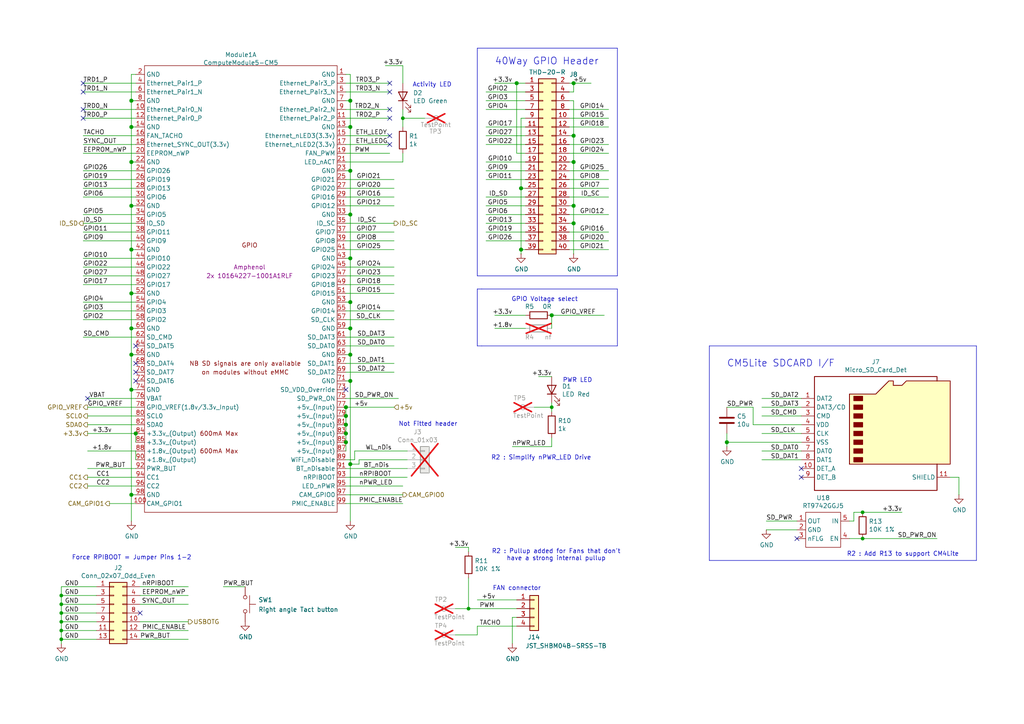
<source format=kicad_sch>
(kicad_sch (version 20250114) (generator "eeschema") (generator_version "9.0")
  (paper "A4")
  (title_block (title "Compute Module 5 IO Board - GPIO - Ethernet") (rev "1") (company "Copyright © 2024 Raspberry Pi Ltd.") (comment 1 "www.raspberrypi.com"))
  (text "40Way GPIO Header" (at 143.51 19.05 0) (effects (font (size 2.007 2.007)) (justify left bottom)))
  (text "Activity LED" (at 119.634 25.4 0) (effects (font (size 1.27 1.27)) (justify left bottom)))
  (text "R2 : Simplify nPWR_LED Drive" (at 156.972 132.842 0) (effects (font (size 1.27 1.27))))
  (text "FAN connector\n" (at 142.875 171.45 0) (effects (font (size 1.27 1.27)) (justify left bottom)))
  (text "R2 : Add R13 to support CM4Lite" (at 261.874 160.782 0) (effects (font (size 1.27 1.27))))
  (text "GPIO Voltage select\n" (at 167.64 87.63 0) (effects (font (size 1.27 1.27)) (justify right bottom)))
  (text "R2 : Pullup added for Fans that don't \nhave a strong internal pullup " (at 161.798 161.036 0) (effects (font (size 1.27 1.27))))
  (text "Not Fitted header" (at 132.715 123.825 0) (effects (font (size 1.27 1.27)) (justify right bottom)))
  (text "Force RPIBOOT = Jumper Pins 1-2 \n" (at 56.515 162.56 0) (effects (font (size 1.27 1.27)) (justify right bottom)))
  (text "PWR LED" (at 163.195 111.125 0) (effects (font (size 1.27 1.27)) (justify left bottom)))
  (text "CM5Lite SDCARD I/F" (at 210.82 106.68 0) (effects (font (size 2.007 2.007)) (justify left bottom)))
  (junction (at 101.6 36.83) (diameter 1.016))
  (junction (at 17.78 172.72))
  (junction (at 101.6 29.21) (diameter 1.016))
  (junction (at 101.6 102.87) (diameter 1.016))
  (junction (at 38.1 113.03) (diameter 1.016))
  (junction (at 38.1 46.99) (diameter 1.016))
  (junction (at 100.33 125.73) (diameter 1.016))
  (junction (at 151.13 54.61) (diameter 1.016))
  (junction (at 166.37 39.37) (diameter 1.016))
  (junction (at 38.1 72.39) (diameter 1.016))
  (junction (at 100.33 123.19) (diameter 1.016))
  (junction (at 38.1 143.51) (diameter 1.016))
  (junction (at 166.37 59.69) (diameter 1.016))
  (junction (at 38.1 59.69) (diameter 1.016))
  (junction (at 101.6 62.23) (diameter 1.016))
  (junction (at 38.1 95.25) (diameter 1.016))
  (junction (at 100.33 118.11) (diameter 1.016))
  (junction (at 101.6 95.25) (diameter 1.016))
  (junction (at 166.37 64.77) (diameter 1.016))
  (junction (at 210.82 128.27) (diameter 1.016))
  (junction (at 166.37 24.13) (diameter 1.016))
  (junction (at 250.19 156.21))
  (junction (at 101.6 87.63) (diameter 1.016))
  (junction (at 166.37 46.99) (diameter 1.016))
  (junction (at 17.78 175.26))
  (junction (at 38.1 85.09) (diameter 1.016))
  (junction (at 100.33 120.65) (diameter 1.016))
  (junction (at 17.78 177.8))
  (junction (at 160.02 118.11))
  (junction (at 38.1 36.83) (diameter 1.016))
  (junction (at 17.78 180.34))
  (junction (at 39.37 125.73) (diameter 1.016))
  (junction (at 38.1 102.87) (diameter 1.016))
  (junction (at 160.02 91.44) (diameter 1.016))
  (junction (at 38.1 29.21) (diameter 1.016))
  (junction (at 100.33 128.27) (diameter 1.016))
  (junction (at 116.84 34.29))
  (junction (at 250.19 148.59))
  (junction (at 17.78 185.42))
  (junction (at 151.13 72.39) (diameter 1.016))
  (junction (at 101.6 110.49) (diameter 1.016))
  (junction (at 101.6 134.62) (diameter 1.016))
  (junction (at 101.6 49.53) (diameter 1.016))
  (junction (at 135.89 176.53))
  (junction (at 101.6 74.93) (diameter 1.016))
  (junction (at 17.78 182.88))
  (junction (at 149.86 24.13) (diameter 1.016))
  (no_connect (at 24.13 24.13))
  (no_connect (at 113.03 31.75))
  (no_connect (at 113.03 41.91))
  (no_connect (at 40.64 177.8))
  (no_connect (at 39.37 107.95))
  (no_connect (at 100.33 113.03))
  (no_connect (at 24.13 26.67))
  (no_connect (at 25.4 115.57))
  (no_connect (at 39.37 100.33))
  (no_connect (at 231.14 156.21))
  (no_connect (at 24.13 31.75))
  (no_connect (at 39.37 105.41))
  (no_connect (at 232.41 138.43))
  (no_connect (at 232.41 135.89))
  (no_connect (at 113.03 39.37))
  (no_connect (at 113.03 24.13))
  (no_connect (at 39.37 110.49))
  (no_connect (at 113.03 26.67))
  (no_connect (at 113.03 34.29))
  (no_connect (at 24.13 34.29))
  (wire (pts (xy 275.59 138.43) (xy 278.13 138.43)))
  (wire (pts (xy 101.6 110.49) (xy 101.6 134.62)))
  (polyline (pts (xy 138.43 13.97) (xy 138.43 80.01)) (stroke (width 0) (type solid)))
  (polyline (pts (xy 138.43 80.01) (xy 179.07 80.01)) (stroke (width 0) (type solid)))
  (wire (pts (xy 100.33 135.89) (xy 118.11 135.89)))
  (wire (pts (xy 100.33 102.87) (xy 101.6 102.87)))
  (wire (pts (xy 24.13 90.17) (xy 39.37 90.17)))
  (wire (pts (xy 39.37 133.35) (xy 39.37 130.81)))
  (wire (pts (xy 165.1 52.07) (xy 176.53 52.07)))
  (wire (pts (xy 24.13 44.45) (xy 39.37 44.45)))
  (wire (pts (xy 100.33 95.25) (xy 101.6 95.25)))
  (wire (pts (xy 165.1 34.29) (xy 176.53 34.29)))
  (wire (pts (xy 101.6 102.87) (xy 101.6 110.49)))
  (wire (pts (xy 100.33 100.33) (xy 114.3 100.33)))
  (wire (pts (xy 39.37 128.27) (xy 39.37 125.73)))
  (wire (pts (xy 100.33 118.11) (xy 114.3 118.11)))
  (wire (pts (xy 101.6 36.83) (xy 101.6 49.53)))
  (polyline (pts (xy 179.07 83.82) (xy 179.07 100.33)) (stroke (width 0) (type solid)))
  (wire (pts (xy 24.13 92.71) (xy 39.37 92.71)))
  (wire (pts (xy 116.84 36.83) (xy 116.84 34.29)))
  (wire (pts (xy 24.13 31.75) (xy 39.37 31.75)))
  (wire (pts (xy 24.13 77.47) (xy 39.37 77.47)))
  (wire (pts (xy 100.33 29.21) (xy 101.6 29.21)))
  (wire (pts (xy 220.98 120.65) (xy 232.41 120.65)))
  (wire (pts (xy 247.65 151.13) (xy 246.38 151.13)))
  (wire (pts (xy 100.33 90.17) (xy 114.3 90.17)))
  (wire (pts (xy 24.13 82.55) (xy 39.37 82.55)))
  (wire (pts (xy 166.37 64.77) (xy 166.37 59.69)))
  (wire (pts (xy 24.13 80.01) (xy 39.37 80.01)))
  (wire (pts (xy 100.33 34.29) (xy 113.03 34.29)))
  (wire (pts (xy 39.37 36.83) (xy 38.1 36.83)))
  (wire (pts (xy 17.78 182.88) (xy 17.78 185.42)))
  (wire (pts (xy 100.33 44.45) (xy 113.03 44.45)))
  (wire (pts (xy 100.33 31.75) (xy 113.03 31.75)))
  (wire (pts (xy 102.87 133.35) (xy 102.87 130.81)))
  (wire (pts (xy 24.13 67.31) (xy 39.37 67.31)))
  (wire (pts (xy 104.14 133.35) (xy 118.11 133.35)))
  (wire (pts (xy 100.33 87.63) (xy 101.6 87.63)))
  (wire (pts (xy 135.89 167.64) (xy 135.89 176.53)))
  (wire (pts (xy 166.37 39.37) (xy 166.37 46.99)))
  (wire (pts (xy 24.13 39.37) (xy 39.37 39.37)))
  (wire (pts (xy 39.37 21.59) (xy 38.1 21.59)))
  (wire (pts (xy 101.6 21.59) (xy 101.6 29.21)))
  (wire (pts (xy 101.6 29.21) (xy 101.6 36.83)))
  (wire (pts (xy 38.1 143.51) (xy 38.1 151.13)))
  (wire (pts (xy 165.1 67.31) (xy 176.53 67.31)))
  (wire (pts (xy 148.59 179.07) (xy 148.59 186.69)))
  (wire (pts (xy 100.33 57.15) (xy 114.3 57.15)))
  (wire (pts (xy 154.94 118.11) (xy 160.02 118.11)))
  (wire (pts (xy 100.33 143.51) (xy 116.84 143.51)))
  (wire (pts (xy 166.37 46.99) (xy 165.1 46.99)))
  (wire (pts (xy 100.33 107.95) (xy 114.3 107.95)))
  (wire (pts (xy 100.33 80.01) (xy 114.3 80.01)))
  (wire (pts (xy 151.13 72.39) (xy 151.13 73.66)))
  (wire (pts (xy 25.4 138.43) (xy 39.37 138.43)))
  (wire (pts (xy 101.6 95.25) (xy 101.6 102.87)))
  (wire (pts (xy 38.1 72.39) (xy 38.1 85.09)))
  (wire (pts (xy 210.82 128.27) (xy 232.41 128.27)))
  (wire (pts (xy 101.6 49.53) (xy 101.6 62.23)))
  (wire (pts (xy 143.51 95.25) (xy 152.4 95.25)))
  (wire (pts (xy 24.13 74.93) (xy 39.37 74.93)))
  (wire (pts (xy 100.33 140.97) (xy 116.84 140.97)))
  (wire (pts (xy 165.1 36.83) (xy 176.53 36.83)))
  (wire (pts (xy 149.86 44.45) (xy 152.4 44.45)))
  (wire (pts (xy 39.37 29.21) (xy 38.1 29.21)))
  (polyline (pts (xy 179.07 13.97) (xy 138.43 13.97)) (stroke (width 0) (type solid)))
  (wire (pts (xy 25.4 140.97) (xy 39.37 140.97)))
  (wire (pts (xy 25.4 135.89) (xy 39.37 135.89)))
  (wire (pts (xy 100.33 128.27) (xy 100.33 130.81)))
  (wire (pts (xy 231.14 153.67) (xy 222.25 153.67)))
  (wire (pts (xy 132.08 176.53) (xy 135.89 176.53)))
  (wire (pts (xy 140.97 49.53) (xy 152.4 49.53)))
  (wire (pts (xy 100.33 41.91) (xy 113.03 41.91)))
  (wire (pts (xy 40.64 170.18) (xy 54.61 170.18)))
  (wire (pts (xy 100.33 115.57) (xy 115.57 115.57)))
  (wire (pts (xy 114.3 97.79) (xy 100.33 97.79)))
  (wire (pts (xy 24.13 26.67) (xy 39.37 26.67)))
  (wire (pts (xy 166.37 24.13) (xy 171.45 24.13)))
  (wire (pts (xy 24.13 49.53) (xy 39.37 49.53)))
  (wire (pts (xy 231.14 151.13) (xy 222.25 151.13)))
  (wire (pts (xy 140.97 59.69) (xy 152.4 59.69)))
  (wire (pts (xy 100.33 120.65) (xy 100.33 123.19)))
  (wire (pts (xy 40.64 185.42) (xy 54.61 185.42)))
  (wire (pts (xy 100.33 74.93) (xy 101.6 74.93)))
  (wire (pts (xy 100.33 39.37) (xy 113.03 39.37)))
  (wire (pts (xy 140.97 67.31) (xy 152.4 67.31)))
  (wire (pts (xy 210.82 125.73) (xy 210.82 128.27)))
  (wire (pts (xy 17.78 175.26) (xy 17.78 177.8)))
  (wire (pts (xy 165.1 41.91) (xy 176.53 41.91)))
  (polyline (pts (xy 139.7 83.82) (xy 179.07 83.82)) (stroke (width 0) (type solid)))
  (polyline (pts (xy 283.21 162.56) (xy 205.74 162.56)) (stroke (width 0) (type solid)))
  (wire (pts (xy 140.97 46.99) (xy 152.4 46.99)))
  (wire (pts (xy 100.33 138.43) (xy 118.11 138.43)))
  (wire (pts (xy 38.1 95.25) (xy 39.37 95.25)))
  (wire (pts (xy 218.44 123.19) (xy 218.44 118.11)))
  (wire (pts (xy 38.1 102.87) (xy 38.1 113.03)))
  (wire (pts (xy 38.1 85.09) (xy 38.1 95.25)))
  (wire (pts (xy 31.75 146.05) (xy 39.37 146.05)))
  (wire (pts (xy 116.84 19.05) (xy 116.84 24.13)))
  (wire (pts (xy 152.4 34.29) (xy 151.13 34.29)))
  (wire (pts (xy 116.84 34.29) (xy 116.84 31.75)))
  (wire (pts (xy 17.78 172.72) (xy 17.78 175.26)))
  (wire (pts (xy 135.89 160.02) (xy 135.89 158.75)))
  (wire (pts (xy 247.65 148.59) (xy 247.65 151.13)))
  (wire (pts (xy 40.64 175.26) (xy 54.61 175.26)))
  (wire (pts (xy 140.97 62.23) (xy 152.4 62.23)))
  (wire (pts (xy 165.1 72.39) (xy 176.53 72.39)))
  (wire (pts (xy 165.1 24.13) (xy 166.37 24.13)))
  (wire (pts (xy 104.14 134.62) (xy 104.14 133.35)))
  (wire (pts (xy 101.6 134.62) (xy 101.6 151.13)))
  (wire (pts (xy 278.13 138.43) (xy 278.13 143.51)))
  (wire (pts (xy 38.1 59.69) (xy 38.1 72.39)))
  (wire (pts (xy 38.1 113.03) (xy 39.37 113.03)))
  (wire (pts (xy 38.1 72.39) (xy 39.37 72.39)))
  (wire (pts (xy 24.13 54.61) (xy 39.37 54.61)))
  (wire (pts (xy 100.33 52.07) (xy 114.3 52.07)))
  (wire (pts (xy 25.4 130.81) (xy 39.37 130.81)))
  (wire (pts (xy 24.13 97.79) (xy 39.37 97.79)))
  (wire (pts (xy 24.13 24.13) (xy 39.37 24.13)))
  (polyline (pts (xy 283.21 100.33) (xy 283.21 162.56)) (stroke (width 0) (type solid)))
  (wire (pts (xy 100.33 62.23) (xy 101.6 62.23)))
  (wire (pts (xy 40.64 172.72) (xy 54.61 172.72)))
  (wire (pts (xy 143.51 24.13) (xy 149.86 24.13)))
  (wire (pts (xy 100.33 24.13) (xy 113.03 24.13)))
  (wire (pts (xy 250.19 148.59) (xy 261.62 148.59)))
  (wire (pts (xy 100.33 36.83) (xy 101.6 36.83)))
  (wire (pts (xy 38.1 95.25) (xy 38.1 102.87)))
  (wire (pts (xy 160.02 127) (xy 160.02 129.54)))
  (wire (pts (xy 17.78 177.8) (xy 27.94 177.8)))
  (wire (pts (xy 39.37 143.51) (xy 38.1 143.51)))
  (wire (pts (xy 24.13 57.15) (xy 39.37 57.15)))
  (wire (pts (xy 166.37 64.77) (xy 166.37 73.66)))
  (wire (pts (xy 17.78 182.88) (xy 27.94 182.88)))
  (wire (pts (xy 220.98 130.81) (xy 232.41 130.81)))
  (wire (pts (xy 25.4 123.19) (xy 39.37 123.19)))
  (wire (pts (xy 38.1 113.03) (xy 38.1 143.51)))
  (wire (pts (xy 160.02 116.84) (xy 160.02 118.11)))
  (wire (pts (xy 135.89 176.53) (xy 149.86 176.53)))
  (wire (pts (xy 102.87 130.81) (xy 118.11 130.81)))
  (wire (pts (xy 100.33 146.05) (xy 116.84 146.05)))
  (wire (pts (xy 220.98 115.57) (xy 232.41 115.57)))
  (wire (pts (xy 100.33 64.77) (xy 114.3 64.77)))
  (wire (pts (xy 140.97 36.83) (xy 152.4 36.83)))
  (wire (pts (xy 247.65 148.59) (xy 250.19 148.59)))
  (wire (pts (xy 101.6 87.63) (xy 101.6 95.25)))
  (wire (pts (xy 149.86 179.07) (xy 148.59 179.07)))
  (wire (pts (xy 100.33 54.61) (xy 114.3 54.61)))
  (wire (pts (xy 116.84 46.99) (xy 116.84 44.45)))
  (wire (pts (xy 100.33 133.35) (xy 102.87 133.35)))
  (wire (pts (xy 100.33 69.85) (xy 114.3 69.85)))
  (wire (pts (xy 114.3 105.41) (xy 100.33 105.41)))
  (wire (pts (xy 17.78 185.42) (xy 27.94 185.42)))
  (wire (pts (xy 25.4 118.11) (xy 39.37 118.11)))
  (wire (pts (xy 40.64 180.34) (xy 54.61 180.34)))
  (wire (pts (xy 140.97 29.21) (xy 152.4 29.21)))
  (wire (pts (xy 100.33 85.09) (xy 114.3 85.09)))
  (polyline (pts (xy 205.74 162.56) (xy 205.74 100.33)) (stroke (width 0) (type solid)))
  (wire (pts (xy 143.51 91.44) (xy 152.4 91.44)))
  (wire (pts (xy 140.97 26.67) (xy 152.4 26.67)))
  (wire (pts (xy 166.37 59.69) (xy 166.37 46.99)))
  (wire (pts (xy 24.13 34.29) (xy 39.37 34.29)))
  (wire (pts (xy 25.4 115.57) (xy 39.37 115.57)))
  (wire (pts (xy 165.1 31.75) (xy 176.53 31.75)))
  (wire (pts (xy 165.1 62.23) (xy 176.53 62.23)))
  (wire (pts (xy 140.97 57.15) (xy 152.4 57.15)))
  (wire (pts (xy 25.4 125.73) (xy 39.37 125.73)))
  (wire (pts (xy 132.08 184.15) (xy 138.43 184.15)))
  (wire (pts (xy 165.1 59.69) (xy 166.37 59.69)))
  (wire (pts (xy 17.78 180.34) (xy 27.94 180.34)))
  (wire (pts (xy 100.33 59.69) (xy 114.3 59.69)))
  (wire (pts (xy 166.37 39.37) (xy 165.1 39.37)))
  (wire (pts (xy 138.43 181.61) (xy 149.86 181.61)))
  (polyline (pts (xy 205.74 100.33) (xy 283.21 100.33)) (stroke (width 0) (type solid)))
  (wire (pts (xy 151.13 34.29) (xy 151.13 54.61)))
  (wire (pts (xy 114.3 92.71) (xy 100.33 92.71)))
  (wire (pts (xy 100.33 67.31) (xy 114.3 67.31)))
  (wire (pts (xy 140.97 31.75) (xy 152.4 31.75)))
  (wire (pts (xy 140.97 39.37) (xy 152.4 39.37)))
  (polyline (pts (xy 179.07 13.97) (xy 179.07 80.01)) (stroke (width 0) (type solid)))
  (wire (pts (xy 149.86 24.13) (xy 149.86 44.45)))
  (wire (pts (xy 135.89 158.75) (xy 132.08 158.75)))
  (wire (pts (xy 166.37 29.21) (xy 166.37 39.37)))
  (wire (pts (xy 24.13 64.77) (xy 39.37 64.77)))
  (wire (pts (xy 17.78 177.8) (xy 17.78 180.34)))
  (wire (pts (xy 165.1 26.67) (xy 166.37 26.67)))
  (wire (pts (xy 25.4 120.65) (xy 39.37 120.65)))
  (wire (pts (xy 38.1 36.83) (xy 38.1 46.99)))
  (wire (pts (xy 100.33 46.99) (xy 116.84 46.99)))
  (wire (pts (xy 151.13 72.39) (xy 152.4 72.39)))
  (wire (pts (xy 24.13 52.07) (xy 39.37 52.07)))
  (wire (pts (xy 151.13 54.61) (xy 152.4 54.61)))
  (polyline (pts (xy 138.43 100.33) (xy 138.43 83.82)) (stroke (width 0) (type solid)))
  (wire (pts (xy 160.02 91.44) (xy 175.26 91.44)))
  (wire (pts (xy 140.97 69.85) (xy 152.4 69.85)))
  (wire (pts (xy 160.02 109.22) (xy 156.21 109.22)))
  (wire (pts (xy 100.33 72.39) (xy 114.3 72.39)))
  (wire (pts (xy 38.1 29.21) (xy 38.1 36.83)))
  (wire (pts (xy 17.78 175.26) (xy 27.94 175.26)))
  (wire (pts (xy 100.33 21.59) (xy 101.6 21.59)))
  (wire (pts (xy 165.1 49.53) (xy 176.53 49.53)))
  (wire (pts (xy 100.33 110.49) (xy 101.6 110.49)))
  (wire (pts (xy 24.13 69.85) (xy 39.37 69.85)))
  (wire (pts (xy 24.13 87.63) (xy 39.37 87.63)))
  (wire (pts (xy 100.33 118.11) (xy 100.33 120.65)))
  (wire (pts (xy 138.43 184.15) (xy 138.43 181.61)))
  (wire (pts (xy 111.76 19.05) (xy 116.84 19.05)))
  (wire (pts (xy 210.82 128.27) (xy 210.82 129.54)))
  (wire (pts (xy 100.33 49.53) (xy 101.6 49.53)))
  (wire (pts (xy 151.13 54.61) (xy 151.13 72.39)))
  (wire (pts (xy 100.33 26.67) (xy 113.03 26.67)))
  (wire (pts (xy 232.41 123.19) (xy 218.44 123.19)))
  (wire (pts (xy 165.1 44.45) (xy 176.53 44.45)))
  (wire (pts (xy 250.19 156.21) (xy 271.78 156.21)))
  (wire (pts (xy 24.13 62.23) (xy 39.37 62.23)))
  (wire (pts (xy 24.13 41.91) (xy 39.37 41.91)))
  (wire (pts (xy 246.38 156.21) (xy 250.19 156.21)))
  (wire (pts (xy 101.6 74.93) (xy 101.6 87.63)))
  (polyline (pts (xy 139.7 83.82) (xy 138.43 83.82)) (stroke (width 0) (type solid)))
  (wire (pts (xy 148.59 129.54) (xy 160.02 129.54)))
  (wire (pts (xy 100.33 123.19) (xy 100.33 125.73)))
  (wire (pts (xy 232.41 118.11) (xy 220.98 118.11)))
  (wire (pts (xy 140.97 64.77) (xy 152.4 64.77)))
  (wire (pts (xy 38.1 46.99) (xy 39.37 46.99)))
  (wire (pts (xy 140.97 52.07) (xy 152.4 52.07)))
  (wire (pts (xy 64.77 170.18) (xy 71.12 170.18)))
  (wire (pts (xy 17.78 172.72) (xy 27.94 172.72)))
  (wire (pts (xy 140.97 41.91) (xy 152.4 41.91)))
  (wire (pts (xy 38.1 21.59) (xy 38.1 29.21)))
  (wire (pts (xy 138.43 173.99) (xy 149.86 173.99)))
  (wire (pts (xy 17.78 170.18) (xy 27.94 170.18)))
  (wire (pts (xy 38.1 85.09) (xy 39.37 85.09)))
  (wire (pts (xy 165.1 64.77) (xy 166.37 64.77)))
  (wire (pts (xy 100.33 125.73) (xy 100.33 128.27)))
  (wire (pts (xy 17.78 185.42) (xy 17.78 186.69)))
  (wire (pts (xy 160.02 91.44) (xy 160.02 95.25)))
  (wire (pts (xy 100.33 77.47) (xy 114.3 77.47)))
  (wire (pts (xy 38.1 102.87) (xy 39.37 102.87)))
  (wire (pts (xy 38.1 59.69) (xy 39.37 59.69)))
  (polyline (pts (xy 179.07 100.33) (xy 139.7 100.33)) (stroke (width 0) (type solid)))
  (wire (pts (xy 152.4 24.13) (xy 149.86 24.13)))
  (wire (pts (xy 165.1 69.85) (xy 176.53 69.85)))
  (wire (pts (xy 160.02 118.11) (xy 160.02 119.38)))
  (wire (pts (xy 210.82 118.11) (xy 218.44 118.11)))
  (wire (pts (xy 17.78 180.34) (xy 17.78 182.88)))
  (wire (pts (xy 232.41 125.73) (xy 220.98 125.73)))
  (wire (pts (xy 166.37 26.67) (xy 166.37 24.13)))
  (wire (pts (xy 232.41 133.35) (xy 220.98 133.35)))
  (wire (pts (xy 100.33 82.55) (xy 114.3 82.55)))
  (wire (pts (xy 116.84 34.29) (xy 123.19 34.29)))
  (wire (pts (xy 40.64 182.88) (xy 54.61 182.88)))
  (wire (pts (xy 17.78 170.18) (xy 17.78 172.72)))
  (wire (pts (xy 101.6 62.23) (xy 101.6 74.93)))
  (wire (pts (xy 38.1 46.99) (xy 38.1 59.69)))
  (wire (pts (xy 165.1 57.15) (xy 176.53 57.15)))
  (wire (pts (xy 101.6 134.62) (xy 104.14 134.62)))
  (wire (pts (xy 165.1 54.61) (xy 176.53 54.61)))
  (wire (pts (xy 165.1 29.21) (xy 166.37 29.21)))
  (polyline (pts (xy 138.43 100.33) (xy 139.7 100.33)) (stroke (width 0) (type solid)))
  (label "+1.8v" (at 148.59 95.25 180))
  (label "GPIO24" (at 175.26 44.45 180))
  (label "SD_DAT2" (at 111.76 107.95 180))
  (label "GND" (at 22.86 182.88 180))
  (label "+5v" (at 170.18 24.13 180))
  (label "GPIO5" (at 24.13 62.23 0))
  (label "TRD3_N" (at 103.124 26.67 0))
  (label "GPIO2" (at 24.13 92.71 0))
  (label "GPIO9" (at 24.13 69.85 0))
  (label "ETH_LEDG" (at 103.124 41.91 0))
  (label "SD_DAT1" (at 111.76 105.41 180))
  (label "+3.3v" (at 148.59 24.13 180))
  (label "GPIO10" (at 24.13 74.93 0))
  (label "TRD3_P" (at 103.124 24.13 0))
  (label "GPIO6" (at 24.13 57.15 0))
  (label "GPIO8" (at 173.99 52.07 180))
  (label "GPIO20" (at 110.49 54.61 180))
  (label "SD_DAT2" (at 223.52 115.57 0))
  (label "GPIO25" (at 110.49 72.39 180))
  (label "GPIO2" (at 147.32 26.67 180))
  (label "SD_DAT0" (at 111.76 100.33 180))
  (label "nRPIBOOT" (at 50.546 170.18 180))
  (label "GPIO26" (at 148.59 69.85 180))
  (label "GPIO15" (at 110.49 85.09 180))
  (label "GPIO13" (at 24.13 54.61 0))
  (label "GPIO7" (at 109.22 67.31 180))
  (label "GPIO14" (at 110.49 90.17 180))
  (label "BT_nDis" (at 112.8776 135.89 180))
  (label "SD_PWR_ON" (at 260.35 156.21 0))
  (label "GPIO7" (at 173.99 54.61 180))
  (label "ETH_LEDY" (at 103.124 39.37 0))
  (label "SD_PWR_ON" (at 102.87 115.57 0))
  (label "PWM" (at 102.87 44.45 0))
  (label "GPIO4" (at 24.13 87.63 0))
  (label "GPIO10" (at 148.59 46.99 180))
  (label "TRD1_P" (at 24.13 24.13 0))
  (label "CC1" (at 27.94 138.43 0))
  (label "WL_nDis" (at 113.665 130.81 180))
  (label "GPIO6" (at 147.32 62.23 180))
  (label "+3.3v" (at 261.62 148.59 180))
  (label "GPIO17" (at 148.59 36.83 180))
  (label "+3.3v" (at 116.84 19.05 180))
  (label "GPIO19" (at 148.59 67.31 180))
  (label "SD_DAT3" (at 111.76 97.79 180))
  (label "GPIO27" (at 24.13 80.01 0))
  (label "EEPROM_nWP" (at 24.13 44.45 0))
  (label "GPIO_VREF" (at 25.4 118.11 0))
  (label "SD_PWR" (at 210.82 118.11 0))
  (label "GPIO9" (at 147.32 49.53 180))
  (label "PMIC_ENABLE" (at 53.975 182.88 180))
  (label "EEPROM_nWP" (at 53.848 172.72 180))
  (label "GPIO20" (at 175.26 69.85 180))
  (label "SD_DAT0" (at 223.52 130.81 0))
  (label "GPIO21" (at 110.49 52.07 180))
  (label "GPIO23" (at 110.49 80.01 180))
  (label "ID_SD" (at 147.32 57.15 180))
  (label "GPIO16" (at 175.26 67.31 180))
  (label "TRD0_N" (at 24.13 31.75 0))
  (label "GND" (at 22.86 177.8 180))
  (label "GND" (at 22.86 180.34 180))
  (label "GPIO22" (at 148.59 41.91 180))
  (label "+1.8v" (at 26.67 130.81 0))
  (label "PWR_BUT" (at 64.77 170.18 0))
  (label "GPIO18" (at 175.26 36.83 180))
  (label "SD_DAT3" (at 223.52 118.11 0))
  (label "+5v" (at 139.7 173.99 0))
  (label "+3.3v" (at 135.89 158.75 180))
  (label "GND" (at 22.86 185.42 180))
  (label "SD_CLK" (at 110.49 92.71 180))
  (label "GPIO16" (at 110.49 57.15 180))
  (label "GPIO12" (at 110.49 59.69 180))
  (label "GPIO23" (at 175.26 41.91 180))
  (label "+3.3v" (at 26.67 125.73 0))
  (label "SD_CMD" (at 223.52 120.65 0))
  (label "PWM" (at 139.065 176.53 0))
  (label "ID_SC" (at 173.99 57.15 180))
  (label "GPIO8" (at 109.22 69.85 180))
  (label "GPIO17" (at 24.13 82.55 0))
  (label "SYNC_OUT" (at 24.13 41.91 0))
  (label "nPWR_LED" (at 148.59 129.54 0))
  (label "SD_PWR" (at 222.25 151.13 0))
  (label "GND" (at 22.86 175.26 180))
  (label "SD_DAT1" (at 223.52 133.35 0))
  (label "GPIO18" (at 110.49 82.55 180))
  (label "TRD2_N" (at 102.87 31.75 0))
  (label "GPIO15" (at 175.26 34.29 180))
  (label "GPIO5" (at 147.32 59.69 180))
  (label "nPWR_LED" (at 104.14 140.97 0))
  (label "SYNC_OUT" (at 50.8 175.26 180))
  (label "GPIO3" (at 147.32 29.21 180))
  (label "TRD0_P" (at 24.13 34.29 0))
  (label "+3.3v" (at 148.59 91.44 180))
  (label "GPIO26" (at 24.13 49.53 0))
  (label "TACHO" (at 139.065 181.61 0))
  (label "PWR_BUT" (at 27.686 135.89 0))
  (label "GPIO12" (at 175.26 62.23 180))
  (label "PWR_BUT" (at 40.64 185.42 0))
  (label "nRPIBOOT" (at 104.14 138.43 0))
  (label "GPIO11" (at 24.13 67.31 0))
  (label "ID_SD" (at 24.13 64.77 0))
  (label "TRD1_N" (at 24.13 26.67 0))
  (label "GPIO24" (at 110.49 77.47 180))
  (label "GPIO27" (at 148.59 39.37 180))
  (label "GND" (at 22.86 172.72 180))
  (label "VBAT" (at 30.48 115.57 180))
  (label "ID_SC" (at 109.22 64.77 180))
  (label "GPIO21" (at 175.26 72.39 180))
  (label "CC2" (at 27.94 140.97 0))
  (label "GPIO14" (at 175.26 31.75 180))
  (label "TACHO" (at 24.13 39.37 0))
  (label "GPIO25" (at 175.26 49.53 180))
  (label "+5v" (at 106.68 118.11 180))
  (label "SD_CMD" (at 24.13 97.79 0))
  (label "GND" (at 22.86 170.18 180))
  (label "PMIC_ENABLE" (at 116.84 146.05 180))
  (label "+3.3v" (at 160.02 109.22 180))
  (label "GPIO13" (at 148.59 64.77 180))
  (label "GPIO_VREF" (at 162.56 91.44 0))
  (label "TRD2_P" (at 103.124 34.29 0))
  (label "GPIO19" (at 24.13 52.07 0))
  (label "GPIO11" (at 148.59 52.07 180))
  (label "SD_CLK" (at 223.52 125.73 0))
  (label "GPIO4" (at 147.32 31.75 180))
  (label "GPIO22" (at 24.13 77.47 0))
  (label "GPIO3" (at 24.13 90.17 0))
  (hierarchical_label "CC1" (shape output) (at 25.4 138.43 180))
  (hierarchical_label "ID_SD" (shape output) (at 24.13 64.77 180))
  (hierarchical_label "SDA0" (shape output) (at 25.4 123.19 180))
  (hierarchical_label "CAM_GPIO1" (shape output) (at 31.75 146.05 180))
  (hierarchical_label "CC2" (shape output) (at 25.4 140.97 180))
  (hierarchical_label "USBOTG" (shape output) (at 54.61 180.34 0))
  (hierarchical_label "+3.3v" (shape output) (at 25.4 125.73 180))
  (hierarchical_label "GPIO_VREF" (shape output) (at 25.4 118.11 180))
  (hierarchical_label "ID_SC" (shape output) (at 114.3 64.77 0))
  (hierarchical_label "SCL0" (shape output) (at 25.4 120.65 180))
  (hierarchical_label "CAM_GPIO0" (shape output) (at 116.84 143.51 0))
  (hierarchical_label "+5v" (shape input) (at 114.3 118.11 0))
  (symbol (lib_id "CM5IO:RT9742GGJ5") (at 240.03 161.29 0) (unit 1)
    (property "Reference" "U18" (at 238.76 144.399 0))
    (property "Value" "RT9742GGJ5" (at 238.76 146.7104 0))
    (property "Footprint" "Package_TO_SOT_SMD:SOT-23-5" (effects (hide yes)))
    (property "Datasheet" "https://www.richtek.com/assets/product_file/RT9742/DS9742-00.pdf" (effects (hide yes)))
    (property "Field4" "Farnell" (effects (hide yes)))
    (property "Field5" "	2545875" (effects (hide yes)))
    (property "Field6" "RT9742GGJ5" (effects (hide yes)))
    (property "Field7" "RichTek" (effects (hide yes)))
    (property "Field8" "USWI00166" (effects (hide yes)))
    (property "Part Description" "	Power Switch/Driver 1:1 N-Channel 1A TSOT-23-5" (effects (hide yes)))
  )
  (symbol (lib_id "power:GND") (at 222.25 153.67 0) (unit 1)
    (property "Reference" "#PWR0113" (effects (hide yes)))
    (property "Value" "GND" (at 222.377 158.0642 0))
    (property "Description" "Power symbol creates a global label with name \"GND\" , ground" (effects (hide yes)))
  )
  (symbol (lib_id "CM5IO:ComputeModule5-CM5") (at 72.39 77.47 0) (unit 1)
    (property "Reference" "Module1" (at 69.85 15.875 0))
    (property "Value" "ComputeModule5-CM5" (at 69.85 18.1864 0))
    (property "Footprint" "CM5IO:Raspberry-Pi-5-Compute-Module" (effects (hide yes)))
    (property "Description" "RaspberryPi Compute module 5" (effects (hide yes)))
    (property "Field4" "Amphenol" (at 72.39 77.47 0))
    (property "Field5" "2x 10164227-1001A1RLF" (at 72.39 80.01 0))
    (property "Field6" "2x 10164227-1001A1RLF" (effects (hide yes)))
    (property "Field7" "Hirose" (effects (hide yes)))
    (property "Part Description" "	100 Position Connector Receptacle, Center Strip Contacts Surface Mount Gold" (effects (hide yes)))
  )
  (symbol (lib_id "Connector_Generic:Conn_02x20_Odd_Even") (at 157.48 46.99 0) (unit 1)
    (property "Reference" "J8" (at 166.37 21.59 0))
    (property "Value" "THD-20-R" (at 158.75 20.9296 0))
    (property "Footprint" "Connector_PinHeader_2.54mm:PinHeader_2x20_P2.54mm_Vertical" (effects (hide yes)))
    (property "Datasheet" "https://www.toby.co.uk/uploads/publications/1673.pdf" (effects (hide yes)))
    (property "Field4" "Toby" (effects (hide yes)))
    (property "Field5" "THD-20-R" (effects (hide yes)))
    (property "Field6" "THD-20-R" (effects (hide yes)))
    (property "Field7" "Toby" (effects (hide yes)))
    (property "Field8" "UCON00511" (effects (hide yes)))
    (property "Part Description" "PinHeader_2x20_P2.54mm_Vertical" (effects (hide yes)))
  )
  (symbol (lib_id "Device:C") (at 210.82 121.92 0) (unit 1)
    (property "Reference" "C5" (at 213.741 120.7516 0) (effects (justify left)))
    (property "Value" "10u" (at 213.741 123.063 0) (effects (justify left)))
    (property "Footprint" "Capacitor_SMD:C_0805_2012Metric" (effects (hide yes)))
    (property "Datasheet" "https://search.murata.co.jp/Ceramy/image/img/A01X/G101/ENG/GRM21BR71A106KA73-01.pdf" (effects (hide yes)))
    (property "Field5" "490-14381-1-ND" (effects (hide yes)))
    (property "Field4" "Digikey" (effects (hide yes)))
    (property "Field6" "GRM21BR71A106KA73L" (effects (hide yes)))
    (property "Field7" "Murata" (effects (hide yes)))
    (property "Part Description" "	10uF 10% 10V Ceramic Capacitor X7R 0805 (2012 Metric)" (effects (hide yes)))
    (property "Field8" "111893011" (effects (hide yes)))
  )
  (symbol (lib_id "power:GND") (at 166.37 73.66 0) (unit 1)
    (property "Reference" "#PWR0102" (effects (hide yes)))
    (property "Value" "GND" (at 166.497 78.0542 0))
    (property "Description" "Power symbol creates a global label with name \"GND\" , ground" (effects (hide yes)))
  )
  (symbol (lib_id "power:GND") (at 151.13 73.66 0) (unit 1)
    (property "Reference" "#PWR0103" (effects (hide yes)))
    (property "Value" "GND" (at 151.257 78.0542 0))
    (property "Description" "Power symbol creates a global label with name \"GND\" , ground" (effects (hide yes)))
  )
  (symbol (lib_id "power:GND") (at 38.1 151.13 0) (unit 1)
    (property "Reference" "#PWR0104" (effects (hide yes)))
    (property "Value" "GND" (at 38.227 155.5242 0))
    (property "Description" "Power symbol creates a global label with name \"GND\" , ground" (effects (hide yes)))
  )
  (symbol (lib_id "power:GND") (at 101.6 151.13 0) (unit 1)
    (property "Reference" "#PWR0105" (effects (hide yes)))
    (property "Value" "GND" (at 101.727 155.5242 0))
    (property "Description" "Power symbol creates a global label with name \"GND\" , ground" (effects (hide yes)))
  )
  (symbol (lib_id "Device:LED") (at 116.84 27.94 90) (unit 1)
    (property "Reference" "D2" (at 119.8118 26.9494 90) (effects (justify right)))
    (property "Value" "LED Green" (at 119.8118 29.2608 90) (effects (justify right)))
    (property "Footprint" "LED_SMD:LED_0603_1608Metric" (effects (hide yes)))
    (property "Datasheet" "http://optoelectronics.liteon.com/upload/download/DS22-2000-226/LTST-S270KGKT.pdf" (effects (hide yes)))
    (property "Field4" "Digikey " (effects (hide yes)))
    (property "Field5" "LTST-S270KGKT" (effects (hide yes)))
    (property "Field6" "SML-A12M8TT86N" (effects (hide yes)))
    (property "Field7" "Rohm" (effects (hide yes)))
    (property "Field8" "650263301" (effects (hide yes)))
    (property "Part Description" "	Green 572nm LED Indication - Discrete 2.2V 2-SMD, No Lead" (effects (hide yes)))
  )
  (symbol (lib_id "Device:R") (at 116.84 40.64 0) (unit 1)
    (property "Reference" "R1" (at 118.618 39.4716 0) (effects (justify left)))
    (property "Value" "1k" (at 118.618 41.783 0) (effects (justify left)))
    (property "Footprint" "Resistor_SMD:R_0402_1005Metric" (effects (hide yes)))
    (property "Datasheet" "https://fscdn.rohm.com/en/products/databook/datasheet/passive/resistor/chip_resistor/mcr-e.pdf" (effects (hide yes)))
    (property "Field4" "Farnell" (effects (hide yes)))
    (property "Field5" "9239235" (effects (hide yes)))
    (property "Field7" "KOA EUROPE GMBH" (effects (hide yes)))
    (property "Field6" "RK73H1ETTP1001F" (effects (hide yes)))
    (property "Part Description" "Resistor 1K M1005 1% 63mW" (effects (hide yes)))
    (property "Field8" "125049511" (effects (hide yes)))
  )
  (symbol (lib_name "LED_1") (lib_id "Device:LED") (at 160.02 113.03 90) (unit 1)
    (property "Reference" "D1" (at 162.9918 112.0394 90) (effects (justify right)))
    (property "Value" "LED Red" (at 162.9918 114.3508 90) (effects (justify right)))
    (property "Footprint" "LED_SMD:LED_0603_1608Metric" (effects (hide yes)))
    (property "Datasheet" "http://optoelectronics.liteon.com/upload/download/DS22-2000-210/LTST-S270KRKT.pdf" (effects (hide yes)))
    (property "Field4" "Digikey " (effects (hide yes)))
    (property "Field5" "	LTST-S270KRKT" (effects (hide yes)))
    (property "Field6" "SML-A12U8TT86Q" (effects (hide yes)))
    (property "Field7" "Rohm" (effects (hide yes)))
    (property "Field8" "650295101" (effects (hide yes)))
    (property "Part Description" "	Red 620nm LED Indication - Discrete 2.2V 2-SMD, No Lead" (effects (hide yes)))
  )
  (symbol (lib_id "Device:R") (at 160.02 123.19 0) (unit 1)
    (property "Reference" "R10" (at 161.798 122.0216 0) (effects (justify left)))
    (property "Value" "1k" (at 161.798 124.333 0) (effects (justify left)))
    (property "Footprint" "Resistor_SMD:R_0402_1005Metric" (effects (hide yes)))
    (property "Datasheet" "https://fscdn.rohm.com/en/products/databook/datasheet/passive/resistor/chip_resistor/mcr-e.pdf" (effects (hide yes)))
    (property "Field4" "Farnell" (effects (hide yes)))
    (property "Field5" "9239235" (effects (hide yes)))
    (property "Field7" "KOA EUROPE GMBH" (effects (hide yes)))
    (property "Field6" "RK73H1ETTP1001F" (effects (hide yes)))
    (property "Part Description" "Resistor 1K M1005 1% 63mW" (effects (hide yes)))
    (property "Field8" "125049511" (effects (hide yes)))
  )
  (symbol (lib_id "Connector:TestPoint") (at 154.94 118.11 90) (unit 1) (in_bom no) (dnp yes)
    (property "Reference" "TP5" (at 152.5778 115.443 90) (effects (justify left)))
    (property "Value" "TestPoint" (at 157.6578 120.523 90) (effects (justify left)))
    (property "Footprint" "TestPoint:TestPoint_Pad_2.0x2.0mm" (effects (hide yes)))
    (property "Field4" "nf" (effects (hide yes)))
    (property "Field5" "nf" (effects (hide yes)))
    (property "Field6" "nf" (effects (hide yes)))
    (property "Field7" "nf" (effects (hide yes)))
    (property "Part Description" "Test point" (effects (hide yes)))
  )
  (symbol (lib_id "Device:R") (at 156.21 91.44 90) (unit 1)
    (property "Reference" "R5" (at 154.94 88.9 90) (effects (justify left)))
    (property "Value" "0R" (at 160.02 88.9 90) (effects (justify left)))
    (property "Footprint" "Resistor_SMD:R_0805_2012Metric_Pad1.20x1.40mm_HandSolder" (effects (hide yes)))
    (property "Datasheet" "https://fscdn.rohm.com/en/products/databook/datasheet/passive/resistor/chip_resistor/mcr-e.pdf" (effects (hide yes)))
    (property "Field4" "Farnell" (effects (hide yes)))
    (property "Field5" "9233750" (effects (hide yes)))
    (property "Field7" "Rohm" (effects (hide yes)))
    (property "Field6" "MCR10EZPJ000" (effects (hide yes)))
    (property "Part Description" "Resistor 0R M2012 5% " (effects (hide yes)))
    (property "Field8" "121629591" (effects (hide yes)))
  )
  (symbol (lib_id "Device:R") (at 156.21 95.25 90) (unit 1) (exclude_from_sim yes) (in_bom no) (dnp yes)
    (property "Reference" "R4" (at 154.94 97.79 90) (effects (justify left)))
    (property "Value" "nf" (at 160.02 97.79 90) (effects (justify left)))
    (property "Footprint" "Resistor_SMD:R_0805_2012Metric_Pad1.20x1.40mm_HandSolder" (effects (hide yes)))
    (property "Datasheet" "https://fscdn.rohm.com/en/products/databook/datasheet/passive/resistor/chip_resistor/mcr-e.pdf" (effects (hide yes)))
    (property "Field4" "nf" (effects (hide yes)))
    (property "Field5" "nf" (effects (hide yes)))
    (property "Field6" "nf" (effects (hide yes)))
  )
  (symbol (lib_id "Connector:Micro_SD_Card_Det2") (at 255.27 125.73 0) (unit 1)
    (property "Reference" "J7" (at 254 104.9782 0))
    (property "Value" "Micro_SD_Card_Det" (at 254 107.2896 0))
    (property "Footprint" "CM5IO:SDCARD_MOLEX_503398-1892" (effects (hide yes)))
    (property "Datasheet" "https://www.hirose.com/product/en/download_file/key_name/DM3/category/Catalog/doc_file_id/49662/?file_category_id=4&item_id=195&is_series=1" (effects (hide yes)))
    (property "Field4" "Farnell" (effects (hide yes)))
    (property "Field5" "2358234" (effects (hide yes)))
    (property "Field6" "503398-1892" (effects (hide yes)))
    (property "Field7" "Molex" (effects (hide yes)))
    (property "Part Description" "9 (8 + 1) Position Card Connector microSD™ Surface Mount, Right Angle Gold" (effects (hide yes)))
    (property "Field8" "UCON00512" (effects (hide yes)))
  )
  (symbol (lib_id "power:GND") (at 210.82 129.54 0) (unit 1)
    (property "Reference" "#PWR0107" (effects (hide yes)))
    (property "Value" "GND" (at 210.947 133.9342 0))
    (property "Description" "Power symbol creates a global label with name \"GND\" , ground" (effects (hide yes)))
  )
  (symbol (lib_id "power:GND") (at 278.13 143.51 0) (unit 1)
    (property "Reference" "#PWR0108" (effects (hide yes)))
    (property "Value" "GND" (at 278.257 147.9042 0))
    (property "Description" "Power symbol creates a global label with name \"GND\" , ground" (effects (hide yes)))
  )
  (symbol (lib_id "Connector_Generic:Conn_02x07_Odd_Even") (at 33.02 177.8 0) (unit 1)
    (property "Reference" "J2" (at 34.29 164.6936 0))
    (property "Value" "Conn_02x07_Odd_Even" (at 34.29 167.005 0))
    (property "Footprint" "Connector_PinHeader_2.54mm:PinHeader_2x07_P2.54mm_Vertical" (effects (hide yes)))
    (property "Datasheet" "https://www.toby.co.uk/uploads/publications/1673.pdf" (effects (hide yes)))
    (property "Field4" "Toby" (effects (hide yes)))
    (property "Field5" "THD-07-R" (effects (hide yes)))
    (property "Field6" "THD-07-R" (effects (hide yes)))
    (property "Field7" "Toby" (effects (hide yes)))
    (property "Part Description" "PinHeader_2x07_P2.54mm_Vertical" (effects (hide yes)))
  )
  (symbol (lib_id "Connector_Generic:Conn_01x03") (at 123.19 133.35 0) (unit 1) (exclude_from_sim yes) (in_bom no) (dnp yes)
    (property "Reference" "J3" (at 121.1072 125.2982 0))
    (property "Value" "Conn_01x03" (at 121.1072 127.6096 0))
    (property "Footprint" "Connector_PinHeader_2.54mm:PinHeader_1x03_P2.54mm_Vertical" (effects (hide yes)))
    (property "Field4" "nf" (effects (hide yes)))
    (property "Field5" "nf" (effects (hide yes)))
    (property "Field6" "nf" (effects (hide yes)))
    (property "Field7" "nf" (effects (hide yes)))
    (property "Part Description" "3pin 0.1\" connector" (effects (hide yes)))
  )
  (symbol (lib_id "Connector:TestPoint") (at 132.08 176.53 90) (unit 1) (in_bom no) (dnp yes)
    (property "Reference" "TP2" (at 129.7178 173.863 90) (effects (justify left)))
    (property "Value" "TestPoint" (at 134.7978 178.943 90) (effects (justify left)))
    (property "Footprint" "TestPoint:TestPoint_Pad_2.0x2.0mm" (effects (hide yes)))
    (property "Field4" "nf" (effects (hide yes)))
    (property "Field5" "nf" (effects (hide yes)))
    (property "Field6" "nf" (effects (hide yes)))
    (property "Field7" "nf" (effects (hide yes)))
    (property "Part Description" "Test point" (effects (hide yes)))
  )
  (symbol (lib_id "power:GND") (at 17.78 186.69 0) (unit 1)
    (property "Reference" "#PWR029" (effects (hide yes)))
    (property "Value" "GND" (at 17.907 191.0842 0))
    (property "Description" "Power symbol creates a global label with name \"GND\" , ground" (effects (hide yes)))
  )
  (symbol (lib_id "power:GND") (at 148.59 186.69 0) (unit 1)
    (property "Reference" "#PWR06" (effects (hide yes)))
    (property "Value" "GND" (at 148.717 191.0842 0))
    (property "Description" "Power symbol creates a global label with name \"GND\" , ground" (effects (hide yes)))
  )
  (symbol (lib_id "Connector_Generic:Conn_01x04") (at 154.94 176.53 0) (unit 1)
    (property "Reference" "J14" (at 153.035 184.785 0) (effects (justify left)))
    (property "Value" "JST_SHBM04B-SRSS-TB" (at 152.4 187.325 0) (effects (justify left)))
    (property "Footprint" "Connector_JST:JST_SH_BM04B-SRSS-TB_1x04-1MP_P1.00mm_Vertical" (effects (hide yes)))
    (property "Field5" "SHBM04B-SRSS-TB" (effects (hide yes)))
    (property "Field6" "SHBM04B-SRSS-TB" (effects (hide yes)))
    (property "Field7" "JST" (effects (hide yes)))
    (property "Part Description" "4 pin vertical 1mm pitch connector" (effects (hide yes)))
  )
  (symbol (lib_id "Switch:SW_Push") (at 71.12 175.26 270) (unit 1)
    (property "Reference" "SW1" (at 74.93 173.9899 90) (effects (justify left)))
    (property "Value" "Right angle Tact button" (at 74.93 176.784 90) (effects (justify left)))
    (property "Footprint" "Button_Switch_THT:SW_Tactile_SPST_Angled_PTS645Vx58-2LFS" (effects (hide yes)))
    (property "Datasheet" "https://www.mouser.co.uk/datasheet/2/240/Littelfuse-3050591.pdf" (effects (hide yes)))
    (property "Description" "Push button switch, generic, two pins" (effects (hide yes)))
    (property "Field5" "PTS645VH58-2LFS" (effects (hide yes)))
    (property "Field6" "PTS645VH58-2LFS" (effects (hide yes)))
    (property "Field7" "CK" (effects (hide yes)))
    (property "Part Description" "Right angle through hole Tact switch" (effects (hide yes)))
  )
  (symbol (lib_id "Device:R") (at 250.19 152.4 0) (unit 1)
    (property "Reference" "R13" (at 251.968 151.2316 0) (effects (justify left)))
    (property "Value" "10K 1%" (at 251.968 153.543 0) (effects (justify left)))
    (property "Footprint" "Resistor_SMD:R_0402_1005Metric" (effects (hide yes)))
    (property "Datasheet" "https://fscdn.rohm.com/en/products/databook/datasheet/passive/resistor/chip_resistor/mcr-e.pdf" (effects (hide yes)))
    (property "Field4" "Farnell" (effects (hide yes)))
    (property "Field7" "Rohm" (effects (hide yes)))
    (property "Field6" "MCR01MZPF1002" (effects (hide yes)))
    (property "Part Description" "Resistor 10K M1005 1% 63mW" (effects (hide yes)))
  )
  (symbol (lib_id "Connector:TestPoint") (at 123.19 34.29 270) (unit 1) (in_bom no) (dnp yes)
    (property "Reference" "TP3" (at 124.46 38.1 90) (effects (justify left)))
    (property "Value" "TestPoint" (at 121.92 36.195 90) (effects (justify left)))
    (property "Footprint" "TestPoint:TestPoint_Pad_2.0x2.0mm" (effects (hide yes)))
    (property "Field4" "nf" (effects (hide yes)))
    (property "Field5" "nf" (effects (hide yes)))
    (property "Field6" "nf" (effects (hide yes)))
    (property "Field7" "nf" (effects (hide yes)))
    (property "Part Description" "Test point" (effects (hide yes)))
  )
  (symbol (lib_id "Device:R") (at 135.89 163.83 0) (unit 1)
    (property "Reference" "R11" (at 137.668 162.6616 0) (effects (justify left)))
    (property "Value" "10K 1%" (at 137.668 164.973 0) (effects (justify left)))
    (property "Footprint" "Resistor_SMD:R_0402_1005Metric" (effects (hide yes)))
    (property "Datasheet" "https://fscdn.rohm.com/en/products/databook/datasheet/passive/resistor/chip_resistor/mcr-e.pdf" (effects (hide yes)))
    (property "Field4" "Farnell" (effects (hide yes)))
    (property "Field7" "Rohm" (effects (hide yes)))
    (property "Field6" "MCR01MZPF1002" (effects (hide yes)))
    (property "Part Description" "Resistor 10K M1005 1% 63mW" (effects (hide yes)))
  )
  (symbol (lib_id "power:GND") (at 71.12 180.34 0) (unit 1)
    (property "Reference" "#PWR030" (effects (hide yes)))
    (property "Value" "GND" (at 71.247 184.7342 0))
    (property "Description" "Power symbol creates a global label with name \"GND\" , ground" (effects (hide yes)))
  )
  (symbol (lib_id "Connector:TestPoint") (at 132.08 184.15 90) (unit 1) (in_bom no) (dnp yes)
    (property "Reference" "TP4" (at 129.7178 181.483 90) (effects (justify left)))
    (property "Value" "TestPoint" (at 134.7978 186.563 90) (effects (justify left)))
    (property "Footprint" "TestPoint:TestPoint_Pad_2.0x2.0mm" (effects (hide yes)))
    (property "Field4" "nf" (effects (hide yes)))
    (property "Field5" "nf" (effects (hide yes)))
    (property "Field6" "nf" (effects (hide yes)))
    (property "Field7" "nf" (effects (hide yes)))
    (property "Part Description" "Test point" (effects (hide yes)))
  )
)
</source>
